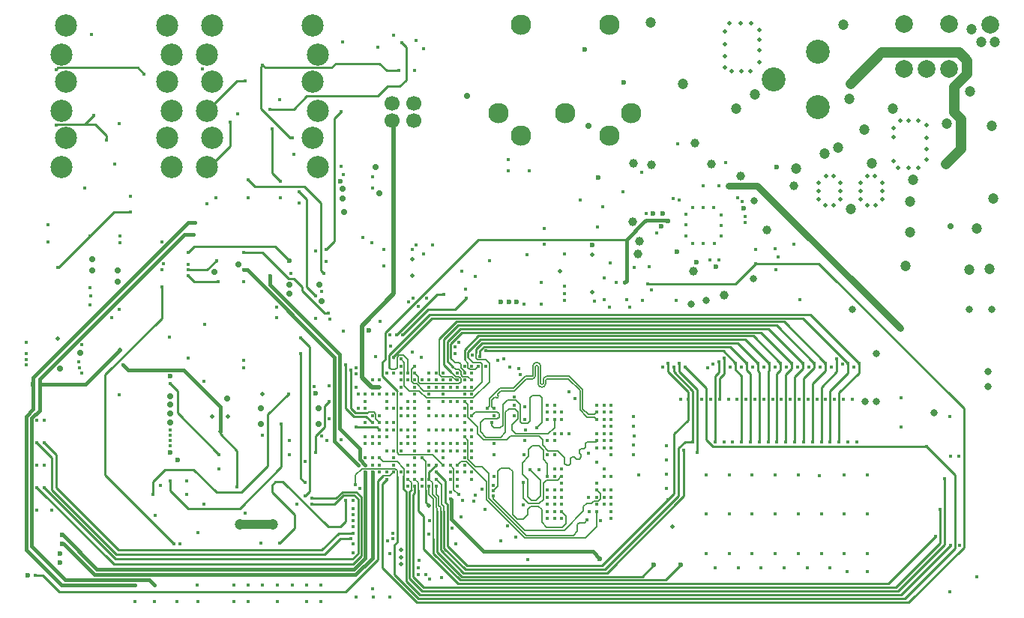
<source format=gbr>
G04 Layer_Physical_Order=3*
G04 Layer_Color=36540*
%FSLAX45Y45*%
%MOMM*%
%TF.FileFunction,Copper,L3,Inr,Signal*%
%TF.Part,Single*%
G01*
G75*
%TA.AperFunction,Conductor*%
%ADD10C,0.13000*%
%ADD46C,0.50000*%
%ADD47C,0.40000*%
%ADD48C,0.25000*%
%ADD49C,0.15000*%
%ADD53C,1.00000*%
%ADD56C,1.20000*%
%ADD59C,0.13400*%
%ADD60C,0.80000*%
%TA.AperFunction,ViaPad*%
%ADD66C,2.00000*%
%TA.AperFunction,ComponentPad*%
%ADD67C,2.50000*%
%ADD68C,1.70000*%
%ADD69C,2.30000*%
%ADD70C,2.70000*%
%ADD71C,2.00000*%
%TA.AperFunction,ViaPad*%
%ADD72C,0.80000*%
%ADD73C,0.70000*%
%ADD74C,0.40000*%
%ADD75C,0.50000*%
%ADD76C,0.60000*%
%ADD77C,1.20000*%
%ADD78C,1.00000*%
%TA.AperFunction,Conductor*%
%ADD95C,0.29100*%
D10*
X8083231Y9221731D02*
G03*
X8083230Y9203346I9192J-9192D01*
G01*
X8090797Y9177395D02*
G03*
X8090797Y9195779I-9192J9192D01*
G01*
X8072412Y9177395D02*
G03*
X8090797Y9177395I9192J9192D01*
G01*
X8064846Y9184961D02*
G03*
X8046461Y9184961I-9192J-9192D01*
G01*
X8477500Y9424000D02*
G03*
X8483000Y9429500I0J5500D01*
G01*
X8477500Y9424000D02*
G03*
X8483000Y9429500I0J5500D01*
G01*
X8526500Y9581076D02*
G03*
X8483000Y9537576I0J-43500D01*
G01*
X8526500Y9581076D02*
G03*
X8483000Y9537576I0J-43500D01*
G01*
X8570000D02*
G03*
X8526500Y9581076I-43500J0D01*
G01*
X8570000Y9537576D02*
G03*
X8526500Y9581076I-43500J0D01*
G01*
X8570000Y9342007D02*
G03*
X8584500Y9327507I14500J0D01*
G01*
X8570000Y9342007D02*
G03*
X8584500Y9327507I14500J0D01*
G01*
X8584500D02*
G03*
X8599000Y9342007I-0J14500D01*
G01*
X8584500Y9327507D02*
G03*
X8599000Y9342007I-0J14500D01*
G01*
X8642500Y9424000D02*
G03*
X8599000Y9380500I0J-43500D01*
G01*
X8642500Y9424000D02*
G03*
X8599000Y9380500I0J-43500D01*
G01*
X8541000Y9342007D02*
G03*
X8584500Y9298507I43500J0D01*
G01*
X8477500Y9395000D02*
G03*
X8512000Y9429500I0J34500D01*
G01*
X8526500Y9552076D02*
G03*
X8512000Y9537576I0J-14500D01*
G01*
X8584500Y9298507D02*
G03*
X8628000Y9342007I-0J43500D01*
G01*
X8541000Y9537576D02*
G03*
X8526500Y9552076I-14500J0D01*
G01*
X8642500Y9395000D02*
G03*
X8628000Y9380500I0J-14500D01*
G01*
X7966601Y9060016D02*
X7991000Y9084415D01*
Y9170513D01*
X8107988Y9287500D01*
X8261488D01*
X8397988Y9424000D01*
X8880000Y9395000D02*
X9013500Y9261500D01*
X8892012Y9424000D02*
X9042500Y9273512D01*
X9013500Y9043098D02*
Y9261500D01*
X9042500Y9055110D02*
Y9273512D01*
X9013500Y9043098D02*
X9095488Y8961110D01*
X9042500Y9055110D02*
X9107500Y8990110D01*
X9095488Y8961110D02*
X9182110D01*
X9107500Y8990110D02*
X9182610D01*
X9182110Y8961110D02*
X9207500Y8935720D01*
X8020000Y9082817D02*
X8042801Y9060016D01*
X8020000Y9082817D02*
Y9158500D01*
X8110808Y9249308D02*
X8120000Y9258500D01*
X8092423Y9230923D02*
X8110808Y9249308D01*
X8083230Y9221731D02*
X8092423Y9230923D01*
X8083230Y9203346D02*
X8090797Y9195779D01*
X8064846Y9184961D02*
X8072412Y9177395D01*
X8040750Y9179250D02*
X8046461Y9184961D01*
X8020000Y9158500D02*
X8040750Y9179250D01*
X8120000Y9258500D02*
X8273500D01*
X8410000Y9395000D01*
X8397988Y9424000D02*
X8477500D01*
X8483000Y9429500D02*
Y9537576D01*
X9182610Y8990110D02*
X9208000Y9015500D01*
X8570000Y9342007D02*
Y9537576D01*
X8599000Y9342007D02*
Y9380500D01*
X8642500Y9424000D02*
X8892012D01*
X8410000Y9395000D02*
X8477500Y9395000D01*
X8477500D01*
X8541000Y9342007D02*
Y9537576D01*
X8512000Y9429500D02*
Y9537576D01*
X8628000Y9342007D02*
Y9380500D01*
X8642500Y9395000D02*
X8880000Y9395000D01*
D46*
X6550000Y9990000D02*
X6913000Y10353000D01*
Y12309000D01*
X6550000Y9410000D02*
Y9990000D01*
Y9410000D02*
X6660019Y9299981D01*
X6749988D01*
D47*
X6240000Y8690005D02*
X6510018Y8419987D01*
X6524991Y8485014D02*
X6590018Y8419987D01*
X6524991Y8485014D02*
Y8605009D01*
X6589988Y7369988D02*
Y8339987D01*
X7562500Y7807500D02*
X7929015Y7440985D01*
X9159015D01*
X9240000Y7360000D01*
X6300000Y8830000D02*
X6524991Y8605009D01*
X3910000Y9490000D02*
X4540000D01*
X4950000Y9080000D01*
X3160000Y7060000D02*
X3990000D01*
X3170000Y7530000D02*
X3184000D01*
X3534000Y7180000D01*
X3200000Y7120000D02*
X4150000D01*
X4210000Y7060000D01*
X3174000Y7630000D02*
X3560360Y7243640D01*
X3170000Y7630000D02*
X3174000D01*
X2840000Y9050000D02*
Y9330000D01*
X2760000Y8970000D02*
X2840000Y9050000D01*
X2820000Y7500000D02*
Y8950000D01*
X2760000Y7460000D02*
Y8970000D01*
Y7460000D02*
X3160000Y7060000D01*
X2820000Y7500000D02*
X3200000Y7120000D01*
X2820000Y8950000D02*
X2910000Y9040000D01*
X3850000Y9550000D02*
X3910000Y9490000D01*
X3560360Y7243640D02*
X6463639D01*
X6589988Y7369988D01*
X3534000Y7180000D02*
X6480000D01*
X6669988Y7369988D02*
Y8339987D01*
X7555000Y8040000D02*
X7562500Y8032500D01*
Y7807500D02*
Y8032500D01*
X6300000Y8830000D02*
Y9670000D01*
X5510000Y10460000D02*
Y10560000D01*
Y10460000D02*
X6300000Y9670000D01*
X4950000Y8800000D02*
Y9080000D01*
X6480000Y7180000D02*
X6669988Y7369988D01*
X6240000Y8690005D02*
Y9640000D01*
X5214839Y10625000D02*
X5255000D01*
X6240000Y9640000D01*
X9760000Y11190000D02*
X10000000D01*
X9740000Y11170000D02*
X9760000Y11190000D01*
X9740000Y11170000D02*
X9740000D01*
X9540000Y10970000D02*
X9740000Y11170000D01*
X9540000Y10500000D02*
Y10970000D01*
X9520000Y10480000D02*
X9540000Y10500000D01*
X2840000Y9410710D02*
X4591790Y11162500D01*
X2910000Y9330000D02*
X3430000D01*
X3820000Y9720000D01*
X2840000Y9330000D02*
Y9410710D01*
X2910000Y9330000D02*
Y9390000D01*
Y9040000D02*
Y9330000D01*
Y9390000D02*
X4550000Y11030000D01*
X4650000D01*
X4591790Y11162500D02*
X4662500D01*
D48*
X7870000Y10970000D02*
X9540000D01*
X6820000Y9920000D02*
X7870000Y10970000D01*
X6820000Y9620000D02*
Y9920000D01*
X10512500Y8630000D02*
X12930000D01*
X10440000Y8702500D02*
X10512500Y8630000D01*
X10440000Y8702500D02*
Y9290000D01*
X7150017Y8107517D02*
Y8179987D01*
X7132500Y8090000D02*
X7150017Y8107517D01*
X7132500Y7157500D02*
Y8090000D01*
X7090000Y8119996D02*
X7109987Y8139983D01*
X7090000Y7140000D02*
Y8119996D01*
X7020000Y8150000D02*
X7050000Y8120000D01*
Y7110000D02*
Y8120000D01*
X7132500Y7157500D02*
X7250000Y7040000D01*
X6910000Y9630000D02*
Y9650000D01*
X6330503Y8117500D02*
X6487500D01*
X6260503Y8047500D02*
X6330503Y8117500D01*
X5987500Y8047500D02*
X6260503D01*
X6345000Y8082500D02*
X6462500D01*
X6240000Y7977500D02*
X6345000Y8082500D01*
X5985000Y7977500D02*
X6240000D01*
X6487500Y8117500D02*
X6545000Y8060000D01*
X6462500Y8082500D02*
X6510000Y8035000D01*
X6545000Y7395000D02*
Y8060000D01*
X5910000Y8070000D02*
X5960000Y8120001D01*
X6510000Y7420000D02*
Y8035000D01*
X7930000Y9760000D02*
X10710500D01*
X7880000Y9710000D02*
X7930000Y9760000D01*
X10710500D02*
X10898500Y9572000D01*
X6446568Y7356568D02*
X6510000Y7420000D01*
X3771431Y7356568D02*
X6446568D01*
X7740000Y7280000D02*
X9260000D01*
X7520000Y7500000D02*
X7740000Y7280000D01*
X9260000D02*
X10010000Y8030000D01*
X5540000Y11720000D02*
X5630000Y11630000D01*
X5270000Y11640000D02*
X5340000Y11570000D01*
X13350000Y7490000D02*
Y9060000D01*
X12730000Y6870000D02*
X13350000Y7490000D01*
X7169375Y6870000D02*
X12730000D01*
X13250000Y7480000D02*
Y8310000D01*
X12680000Y6910000D02*
X13250000Y7480000D01*
X7190000Y6910000D02*
X12680000D01*
X10240000Y8930000D02*
Y9160001D01*
X10080000Y8770000D02*
X10240000Y8930000D01*
X10080000Y8100000D02*
Y8770000D01*
X10010000Y8030000D02*
X10080000Y8100000D01*
X6490000Y8850000D02*
X6719970D01*
X6749988Y8819982D01*
X6460000Y8970000D02*
X6600000D01*
X6670000Y8900000D01*
X7020000Y8150000D02*
Y8287500D01*
X6950000Y7550000D02*
Y8287500D01*
X6920000Y7520000D02*
X6950000Y7550000D01*
X6920000Y7180000D02*
Y7520000D01*
X7189987Y7900013D02*
X7250000Y7840000D01*
Y7470000D02*
Y7840000D01*
X7360000Y7420000D02*
Y7590000D01*
X6780000Y8210001D02*
X6830000Y8260000D01*
X6730000Y8240000D02*
X6790000Y8300000D01*
X5720000Y10530000D02*
X5780000D01*
X5430000Y10820000D02*
X5720000Y10530000D01*
X5780000D02*
X5880000Y10430000D01*
X5214839Y10820000D02*
X5430000D01*
X6130000Y10140000D02*
X6170000D01*
X5880000Y10390000D02*
X6130000Y10140000D01*
X5880000Y10390000D02*
Y10430000D01*
X5190000Y8110000D02*
X5490000Y8410000D01*
X4910000Y8110000D02*
X5190000D01*
X4650000Y8370000D02*
X4910000Y8110000D01*
X5860000Y8270000D02*
Y9680000D01*
X6090000Y10616999D02*
Y11380000D01*
X5900000Y11570000D02*
X6090000Y11380000D01*
X5340000Y11570000D02*
X5900000D01*
X5840000Y11510000D02*
X5930000Y11420000D01*
Y10432999D02*
Y11420000D01*
Y10432999D02*
X6030000Y10332999D01*
X6090000Y10616999D02*
X6120000Y10586999D01*
X5729480Y10730000D02*
X5730000D01*
X5569479Y10890000D02*
X5729480Y10730000D01*
X4589999Y10820000D02*
X4660000Y10890000D01*
X5569479D01*
X10200000Y9530000D02*
X10440000Y9290000D01*
X7620000Y10040000D02*
X11319500D01*
X7640000Y10000000D02*
X11232500D01*
X7660000Y9960000D02*
X11145500D01*
X7890000Y9840000D02*
X10884500D01*
X7870000Y9880000D02*
X10971500D01*
X7909100Y9799100D02*
X10798400D01*
X7840000Y9730000D02*
X7909100Y9799100D01*
X7840000Y9690000D02*
Y9730000D01*
X10644500Y9454500D02*
Y9632000D01*
X10581000Y9471000D02*
Y9590000D01*
X10633500Y9710000D02*
X10771500Y9572000D01*
X7950000Y9710000D02*
X10633500D01*
X10590000Y9400000D02*
X10644500Y9454500D01*
X10590000Y9160001D02*
Y9400000D01*
X10540000Y9430000D02*
X10581000Y9471000D01*
X10540000Y8680000D02*
Y9430000D01*
X7480000Y9550000D02*
X7565000Y9465000D01*
X10884500Y9840000D02*
X11152500Y9572000D01*
X10971500Y9880000D02*
X11279500Y9572000D01*
X11058500Y9920000D02*
X11406500Y9572000D01*
X11232500Y10000000D02*
X11660500Y9572000D01*
X11145500Y9960000D02*
X11533500Y9572000D01*
X11615500Y10120000D02*
X12163500Y9572000D01*
X11533500Y10080000D02*
X12041500Y9572000D01*
X11319500Y10040000D02*
X11787500Y9572000D01*
X7880000Y9650000D02*
Y9710000D01*
X7270000Y8000000D02*
Y8140000D01*
X7310017Y8259957D02*
Y8340017D01*
X7390000Y8420000D01*
X7189987Y7900013D02*
Y8139983D01*
X6780000Y7260000D02*
Y8210001D01*
X6730000Y7350000D02*
Y8240000D01*
X6370000Y6990000D02*
X6730000Y7350000D01*
X3130000Y6990000D02*
X6370000D01*
X6450000Y7300000D02*
X6545000Y7395000D01*
X2860000Y7170000D02*
X2950000D01*
X6290000Y7650000D02*
X6450000D01*
X4330000Y8370000D02*
X4650000D01*
X4190000Y8230000D02*
X4330000Y8370000D01*
X6240000Y10950000D02*
Y12335000D01*
X4290000Y10080000D02*
Y10430000D01*
X3650000Y9440000D02*
X4290000Y10080000D01*
X3650000Y8310000D02*
Y9440000D01*
Y8310000D02*
X4430000Y7530000D01*
X3800711Y7460000D02*
X6100000D01*
X4660000Y10490000D02*
X4930000D01*
X4589999Y10560000D02*
X4660000Y10490000D01*
X6150000Y10860000D02*
X6240000Y10950000D01*
X3420000Y12270000D02*
X3540000D01*
X3110000D02*
X3420000D01*
X3540000D02*
X3670000Y12140000D01*
Y12090000D02*
Y12140000D01*
X3100000Y12260000D02*
X3110000Y12270000D01*
X3420000D02*
X3520000Y12370000D01*
X5060000Y12025000D02*
Y12300000D01*
X4825000Y11790000D02*
X5060000Y12025000D01*
X5540000Y11720000D02*
Y12220000D01*
X4805000Y10625000D02*
X4910000Y10730000D01*
X4589999Y10625000D02*
X4805000D01*
X3749999Y11280000D02*
X3940000D01*
X2950000Y7170000D02*
X3130000Y6990000D01*
X3050000Y8140000D02*
Y8506000D01*
X3100000Y8160711D02*
Y8536000D01*
X3050000Y8140000D02*
X3780000Y7410000D01*
X3100000Y8160711D02*
X3800711Y7460000D01*
X5410000Y12920000D02*
X5430000Y12939999D01*
X5410000Y12450000D02*
Y12920000D01*
Y12450000D02*
X5740000Y12120000D01*
X5770000D01*
X5510000Y12440000D02*
X5780000D01*
X5930000Y12590000D01*
X6980000Y12700000D02*
X7050000Y12770000D01*
Y13139999D01*
X7000000Y13189999D02*
X7050000Y13139999D01*
X5430000Y12939999D02*
X5460000Y12910001D01*
X6210000D01*
X6260000Y12960001D01*
X6750000D01*
X6830000Y12880000D01*
X6840000Y12700000D02*
X6980000D01*
X5930000Y12590000D02*
X6730000D01*
X6840000Y12700000D01*
X6830000Y12880000D02*
X6970000D01*
X2880000Y8676000D02*
X3050000Y8506000D01*
X2960000Y8676000D02*
X3100000Y8536000D01*
X2960000Y8168000D02*
X3771431Y7356568D01*
X2880000Y8168000D02*
X3748000Y7300000D01*
X4470000Y9010000D02*
Y9260000D01*
Y9010000D02*
X4940000Y8540000D01*
X4390000Y9340000D02*
X4470000Y9260000D01*
X3748000Y7300000D02*
X6450000D01*
X6100000Y7460000D02*
X6290000Y7650000D01*
X5140000Y8580000D02*
X5140000Y8580000D01*
X5640000Y8400000D02*
Y8880000D01*
X5140000Y8170000D02*
Y8580000D01*
X4190000Y8090000D02*
Y8230000D01*
X4950000Y8770000D02*
X5140000Y8580000D01*
X5490000Y8410000D02*
Y8993000D01*
X5721000Y9224000D01*
X5170000Y7930000D02*
X5640000Y8400000D01*
X4390000Y8130000D02*
Y8240000D01*
Y8130000D02*
X4590000Y7930000D01*
X5170000D01*
X5745480Y10586999D02*
Y10594520D01*
X3780000Y7410000D02*
X6130000D01*
X6310000Y7590000D01*
X6430000D01*
X7400000Y7440000D02*
Y7900000D01*
X7270000Y8000000D02*
X7310000Y7960000D01*
X10771500Y9498500D02*
Y9572000D01*
Y9498500D02*
X10840000Y9430000D01*
Y8680000D02*
Y9430000D01*
X10898500Y9491500D02*
Y9572000D01*
Y9491500D02*
X10940000Y9450000D01*
Y8680000D02*
Y9450000D01*
X11025500Y9484500D02*
Y9572000D01*
Y9484500D02*
X11040000Y9470000D01*
Y8680000D02*
Y9470000D01*
X11152500Y9492500D02*
Y9572000D01*
X11279500Y9489500D02*
Y9572000D01*
X11406500Y9506500D02*
Y9572000D01*
X11533500Y9513500D02*
Y9572000D01*
X11660500Y9520500D02*
Y9572000D01*
X11787500Y9487500D02*
Y9572000D01*
X11640000Y9340000D02*
X11787500Y9487500D01*
X11640000Y8680000D02*
Y9340000D01*
X11740000Y8680000D02*
Y9300000D01*
X12041500Y9461500D02*
Y9572000D01*
X11840000Y9260000D02*
X12041500Y9461500D01*
X11840000Y8680000D02*
Y9260000D01*
X11940000Y8680000D02*
Y9240000D01*
X10009500Y9480500D02*
X10240000Y9250000D01*
X10009500Y9480500D02*
Y9572000D01*
X10073000Y9477000D02*
X10290000Y9260000D01*
X10073000Y9477000D02*
Y9530000D01*
X10136500Y9473500D02*
Y9572000D01*
Y9473500D02*
X10340000Y9270000D01*
X10798400Y9799100D02*
X11025500Y9572000D01*
X11940000Y9240000D02*
X12163500Y9463500D01*
Y9572000D01*
X7320000Y10120000D02*
X11615500D01*
X7340000Y10080000D02*
X11533500D01*
X7010000Y9890000D02*
X7300000Y10180000D01*
X7600000D01*
X6940110Y9890000D02*
X7400110Y10350000D01*
X7600000Y10180000D02*
X7730000Y10310000D01*
X7400110Y10350000D02*
X7480000D01*
X11440000Y9420000D02*
X11533500Y9513500D01*
X11540000Y9400000D02*
X11660500Y9520500D01*
X11440000Y8680000D02*
Y9420000D01*
X11540000Y8680000D02*
Y9400000D01*
X11240000Y9450000D02*
X11279500Y9489500D01*
X11140000Y9480000D02*
X11152500Y9492500D01*
X11340000Y9440000D02*
X11406500Y9506500D01*
X11140000Y8680000D02*
Y9480000D01*
X11240000Y8680000D02*
Y9450000D01*
X11340000Y8680000D02*
Y9440000D01*
X7390000Y8340000D02*
X7490000Y8240000D01*
Y8000000D02*
Y8240000D01*
Y8000000D02*
X7520000Y7970000D01*
X4950000Y8770000D02*
Y8800000D01*
X10770000Y10470000D02*
X11000000Y10700000D01*
X9780000Y10470000D02*
X10770000D01*
X12930000Y8630000D02*
X13250000Y8310000D01*
X10340000Y8560000D02*
Y9269999D01*
X10200000Y8680000D02*
X10290000D01*
X10130000Y8610000D02*
X10200000Y8680000D01*
X10190000Y8070000D02*
Y8590000D01*
X10130000Y8070000D02*
Y8610000D01*
X10290000Y8680000D02*
Y8840000D01*
Y8850000D02*
Y9260000D01*
X12645000Y6955000D02*
X13200000Y7510000D01*
X7205000Y6955000D02*
X12645000D01*
X12500000Y7080000D02*
X13035001Y7615000D01*
X7640000Y7080000D02*
X12500000D01*
X13080000Y7540000D02*
Y7920000D01*
X13130000Y7520000D02*
Y8270000D01*
X12580000Y7040000D02*
X13080000Y7540000D01*
X12610000Y7000000D02*
X13130000Y7520000D01*
X7250000Y7040000D02*
X12580000D01*
X7050000Y7110000D02*
X7205000Y6955000D01*
X6780000Y7260000D02*
X7169375Y6870625D01*
X6920000Y7180000D02*
X7190000Y6910000D01*
X7250000Y7470000D02*
X7640000Y7080000D01*
X7660000Y7120000D02*
X9980000D01*
X7360000Y7420000D02*
X7660000Y7120000D01*
X10240000Y9160001D02*
Y9250000D01*
X9980000Y7120000D02*
X10150000Y7290000D01*
X7090000Y7140000D02*
X7230000Y7000000D01*
X12610000D01*
X6430000Y9060000D02*
X6480000Y9010000D01*
X6430000Y9060000D02*
Y9490000D01*
X6370000Y9060000D02*
X6460000Y8970000D01*
X6370000Y9060000D02*
Y9550000D01*
X6240000Y12335000D02*
X6320000Y12415000D01*
X11740000Y9300000D02*
X11914500Y9474500D01*
Y9622000D01*
X5137500Y12760000D02*
X5230000D01*
X4802500Y12425000D02*
X5137500Y12760000D01*
X11000000Y10700000D02*
X11710000D01*
X13350000Y9060000D01*
X10000000Y11190000D02*
X10010000Y11180000D01*
X3479999Y11010000D02*
X3749999Y11280000D01*
X3121250Y10651250D02*
X3479999Y11010000D01*
X4020000Y12910001D02*
X4090000Y12839999D01*
X3100000Y12889999D02*
X3120000Y12910001D01*
X4020000D01*
X6130000Y9090000D02*
X6180000Y9140000D01*
X6130000Y8850000D02*
Y9090000D01*
X6030000Y8750000D02*
X6130000Y8850000D01*
X6030000Y8560000D02*
Y8750000D01*
X5860000Y9860000D02*
X5960000Y9760000D01*
Y8120001D02*
Y9760000D01*
X5860000Y8270000D02*
X5910000Y8220000D01*
X6780000Y9580000D02*
X6820000Y9620000D01*
X6780000Y9430000D02*
X6950000Y9260000D01*
X6780000Y9430000D02*
Y9580000D01*
X6480000Y9010000D02*
X6610000D01*
X6860000Y9520000D02*
Y9660000D01*
X6910000Y9650000D02*
X6910000Y9650000D01*
X6860000Y9660000D02*
X7320000Y10120000D01*
X6910000Y9650000D02*
X7340000Y10080000D01*
X7550000Y9630000D02*
X7560000Y9620000D01*
X7515000Y9595000D02*
X7580000Y9530000D01*
X9720000Y7160000D02*
X9850000Y7290000D01*
X7400000Y7440000D02*
X7680000Y7160000D01*
X9720000D01*
X9300000Y7240000D02*
X10130000Y8070000D01*
X7480013Y7479987D02*
X7720000Y7240000D01*
X9300000D01*
X9320000Y7200000D02*
X10190000Y8070000D01*
X7700000Y7200000D02*
X9320000D01*
X7440000Y7460000D02*
Y7900000D01*
Y7460000D02*
X7700000Y7200000D01*
X7480013Y7479987D02*
Y7900000D01*
X7520000Y7500000D02*
Y7970000D01*
X7430000Y9850000D02*
X7620000Y10040000D01*
X7680000Y9920000D02*
X11058500D01*
X7480000Y9840000D02*
X7640000Y10000000D01*
X7550000Y9790000D02*
X7680000Y9920000D01*
X7515000Y9815000D02*
X7660000Y9960000D01*
X7710000Y9720000D02*
X7870000Y9880000D01*
X7750000Y9640000D02*
Y9700000D01*
X7890000Y9840000D01*
X7710000Y9610000D02*
Y9720000D01*
X7550000Y9630000D02*
Y9790000D01*
X7515000Y9595000D02*
Y9815000D01*
X7480000Y9550000D02*
Y9840000D01*
D49*
X6480000Y8200000D02*
Y8310000D01*
X6610000Y9010000D02*
X6619100Y9019100D01*
X6710000Y8940000D02*
X6750000Y8899999D01*
X6710000Y8940000D02*
Y8994800D01*
X6685700Y9019100D02*
X6710000Y8994800D01*
X6619100Y9019100D02*
X6685700D01*
X6790000Y8300000D02*
X6870000D01*
X6910000Y8340000D01*
X6970000Y8540000D02*
X7350000D01*
X7470000Y8420000D01*
X7560000Y9620000D02*
X7600000Y9580000D01*
X6930000Y9500000D02*
X6950000Y9520000D01*
X7840000Y9630000D02*
Y9690000D01*
Y9630000D02*
X7860000Y9610000D01*
X7950000D01*
X7990000Y9570000D01*
Y9360000D02*
Y9570000D01*
X7810000Y9180000D02*
X7990000Y9360000D01*
X7280000Y9180000D02*
X7810000D01*
X7200000Y9260000D02*
X7280000Y9180000D01*
X7090000Y9260000D02*
X7200000D01*
X7030000Y9320000D02*
X7090000Y9260000D01*
X7890000Y9580000D02*
X7910000Y9560000D01*
X7810000Y9580000D02*
X7890000D01*
X7750000Y9640000D02*
X7810000Y9580000D01*
X7710000Y9610000D02*
X7750000Y9570000D01*
X7910000Y9360000D02*
Y9560000D01*
X7810000Y9260000D02*
X7910000Y9360000D01*
X7250000Y9260000D02*
X7810000D01*
X7210000Y9340000D02*
X7650000D01*
X7190000Y9360000D02*
X7210000Y9340000D01*
X7170000D02*
X7250000Y9260000D01*
X7134800Y9340000D02*
X7170000D01*
X7750000Y9520000D02*
Y9570000D01*
Y9520000D02*
X7770000Y9500000D01*
X7830000D01*
X7870000Y9540000D01*
X7565000Y9465000D02*
X7610000Y9420000D01*
X7650000D01*
X7569967D02*
X7609981Y9379985D01*
X7629981D01*
X7650000Y9420000D02*
X7670000Y9400000D01*
Y9360000D02*
Y9400000D01*
X7650000Y9340000D02*
X7670000Y9360000D01*
X7430000Y9440000D02*
X7450000Y9420000D01*
X7569967D01*
X7580000Y9530000D02*
X7610000Y9500000D01*
X7650000D01*
X7670000Y9480000D01*
Y9440000D02*
Y9480000D01*
Y9440000D02*
X7690037Y9419962D01*
X7600000Y9580000D02*
X7650000D01*
X7670000Y9560000D01*
Y9520000D02*
Y9560000D01*
Y9520000D02*
X7710000Y9480000D01*
Y9460000D02*
Y9480000D01*
X7750075Y9419962D02*
X7790019Y9380018D01*
X7690037Y9419962D02*
X7750075D01*
X7420000Y7960000D02*
Y8060000D01*
X7389987Y8090013D02*
Y8179983D01*
X7229987Y8499983D02*
X7269987Y8459983D01*
X7350017Y8084783D02*
Y8219957D01*
X7310017Y8259957D02*
X7350017Y8219957D01*
X7269987Y8140000D02*
Y8459983D01*
X7149987Y8259983D02*
X7189987Y8219984D01*
Y8139983D02*
Y8219984D01*
X7069987Y8259983D02*
X7109987Y8219984D01*
Y8139983D02*
Y8219984D01*
X7030000Y8297500D02*
Y8380000D01*
X6950000Y8460000D02*
X7030000Y8380000D01*
X6790000Y8460000D02*
X6950000D01*
X6750000Y8500000D02*
X6790000Y8460000D01*
X6480000Y8310000D02*
X6550000Y8380000D01*
X6930000D02*
X6950000Y8360000D01*
X7350017Y8084783D02*
X7390000Y8044800D01*
X7389987Y8090013D02*
X7420000Y8060000D01*
X7390000Y7940000D02*
Y8044800D01*
Y7940000D02*
X7400000Y7930000D01*
X7420000Y7960000D02*
X7440000Y7940000D01*
X7389987Y8259983D02*
X7450000Y8199970D01*
Y7980000D02*
Y8199970D01*
Y7980000D02*
X7480013Y7949987D01*
X7400000Y7900000D02*
Y7930000D01*
X7440000Y7900000D02*
Y7940000D01*
X7480013Y7900000D02*
Y7949987D01*
X7550000Y8420000D02*
X7590000Y8380000D01*
X6950000Y8560000D02*
X6970000Y8540000D01*
X7360000Y7590000D02*
Y8039445D01*
X7310017Y8089428D02*
Y8179987D01*
Y8089428D02*
X7360000Y8039445D01*
X6550000Y8380000D02*
X6930000D01*
X7020000Y8287500D02*
X7030000Y8297500D01*
X6950000Y8287500D02*
Y8360000D01*
X7590000Y8142500D02*
Y8380000D01*
Y8142500D02*
X7642500Y8090000D01*
X6880000Y9500000D02*
X6930000D01*
X6860000Y9520000D02*
X6880000Y9500000D01*
X6950000Y8560000D02*
Y9260000D01*
X6990000Y9620000D02*
X7030000Y9580000D01*
X6950000Y9520000D02*
Y9640000D01*
X6970000Y9660000D01*
X7110000Y9500000D02*
X7150000Y9540000D01*
Y9460000D02*
X7190000Y9420000D01*
X6970000Y9660000D02*
X7020000D01*
X7070000Y9610000D01*
Y9460000D02*
Y9610000D01*
X7190000Y9360000D02*
Y9420000D01*
X7110000Y9364800D02*
X7134800Y9340000D01*
X7110000Y9364800D02*
Y9500000D01*
X7030000Y9320000D02*
Y9580000D01*
X7430000Y9440000D02*
Y9850000D01*
D53*
X5380000Y7750000D02*
X5550000D01*
X5170000D02*
X5380000D01*
D56*
X12420000Y13080000D02*
X13239999D01*
X12070000Y12730000D02*
X12420000Y13080000D01*
X13150000Y11820000D02*
X13320000Y11990000D01*
X13239999Y12690000D02*
X13389999Y12839999D01*
Y12989999D01*
X13300000Y13080000D02*
X13389999Y12989999D01*
X13239999Y13080000D02*
X13300000D01*
X13239999Y12410000D02*
Y12690000D01*
Y12410000D02*
X13320000Y12330000D01*
Y11990000D02*
Y12330000D01*
D59*
X8247500Y8815000D02*
X8290000Y8772500D01*
X8247500Y8815000D02*
Y8877500D01*
X8312500Y8942500D01*
Y9022300D01*
X7890000Y8900000D02*
X7931600Y8941600D01*
X7790000Y8980000D02*
X7830000Y9020000D01*
X8080000D01*
X8100000Y8960000D02*
Y9000000D01*
X8081600Y8941600D02*
X8100000Y8960000D01*
X7931600Y8941600D02*
X8081600D01*
X8080000Y9020000D02*
X8100000Y9000000D01*
X7890000Y8797500D02*
Y8900000D01*
X7952500Y8735000D02*
X8117500D01*
X7890000Y8797500D02*
X7952500Y8735000D01*
X8175000Y8792500D02*
Y9020000D01*
X8117500Y8735000D02*
X8175000Y8792500D01*
X8728002Y8843002D02*
Y8935500D01*
X8657500Y8772500D02*
X8728002Y8843002D01*
X8290000Y8772500D02*
X8657500D01*
X8190000Y8707500D02*
X8227500Y8745000D01*
X7927500Y8707500D02*
X8190000D01*
X7860000Y8775000D02*
X7927500Y8707500D01*
X7860000Y8775000D02*
Y8852500D01*
X7750066Y8962434D02*
X7860000Y8852500D01*
X8550000Y8745000D02*
X8592500Y8702500D01*
X8227500Y8745000D02*
X8550000D01*
X8592500Y8645000D02*
Y8702500D01*
X8197500Y9152500D02*
X8290000D01*
X8145000Y9100000D02*
X8197500Y9152500D01*
X8145000Y8867500D02*
Y9100000D01*
X8290000Y9152500D02*
X8340000Y9102500D01*
Y8910000D02*
Y9102500D01*
X8450000Y8915000D02*
Y9177500D01*
X8427500Y8892500D02*
X8450000Y8915000D01*
X8357500Y8892500D02*
X8427500D01*
X8340000Y8910000D02*
X8357500Y8892500D01*
X8277300Y9057500D02*
X8312500Y9022300D01*
X8212500Y9057500D02*
X8277300D01*
X8175000Y9020000D02*
X8212500Y9057500D01*
X8525000Y8842500D02*
X8587500Y8905000D01*
X8655000Y8582500D02*
X8760000D01*
X8592500Y8645000D02*
X8655000Y8582500D01*
X8015000Y8865000D02*
Y8900000D01*
X8587500Y8905000D02*
Y9177500D01*
X8115000Y8837500D02*
X8145000Y8867500D01*
X8042500Y8837500D02*
X8115000D01*
X8015000Y8865000D02*
X8042500Y8837500D01*
X8560000Y9205000D02*
X8587500Y9177500D01*
X8477500Y9205000D02*
X8560000D01*
X8450000Y9177500D02*
X8477500Y9205000D01*
X8582500Y7772500D02*
Y7915000D01*
X8547500Y7950000D02*
X8582500Y7915000D01*
X8460000Y7950000D02*
X8547500D01*
X8425000Y7915000D02*
X8460000Y7950000D01*
X8425000Y7862500D02*
Y7915000D01*
X8252500Y7860000D02*
Y8347500D01*
X8212500Y8387500D02*
X8252500Y8347500D01*
X8120000Y8387500D02*
X8212500D01*
X8640000Y7715000D02*
X8815000D01*
X8582500Y7772500D02*
X8640000Y7715000D01*
X8082500Y8350000D02*
X8120000Y8387500D01*
X8082500Y8180100D02*
Y8350000D01*
X8372500Y7810000D02*
X8425000Y7862500D01*
X8302500Y7810000D02*
X8372500D01*
X8252500Y7860000D02*
X8302500Y7810000D01*
X8857500Y7757500D02*
Y7846004D01*
X8815000Y7715000D02*
X8857500Y7757500D01*
X8807963Y7895541D02*
X8857500Y7846004D01*
X8567500Y8070000D02*
Y8248369D01*
X8520000Y8022500D02*
X8567500Y8070000D01*
X8465000Y8022500D02*
X8520000D01*
X8422500Y8065000D02*
X8465000Y8022500D01*
X8422500Y8065000D02*
Y8257500D01*
X8600000Y8485000D02*
Y8590000D01*
X8555000Y8635000D02*
X8600000Y8590000D01*
X8472500Y8635000D02*
X8555000D01*
X8435000Y8597500D02*
X8472500Y8635000D01*
X8435000Y8520000D02*
Y8597500D01*
X8449208Y8366661D02*
X8567500Y8248369D01*
X8600000Y8485000D02*
X8647963Y8437037D01*
X8362500Y8447500D02*
X8435000Y8520000D01*
X8362500Y8317500D02*
Y8447500D01*
Y8317500D02*
X8422500Y8257500D01*
X8647963Y8295541D02*
Y8437037D01*
X8552500Y7985000D02*
X8600000Y8032500D01*
X8430000Y7985000D02*
X8552500D01*
X8372988Y8042012D02*
X8430000Y7985000D01*
X8600000Y8032500D02*
Y8217500D01*
X8372988Y8042012D02*
Y8226961D01*
X8635000Y8252500D02*
X8764921D01*
X8600000Y8217500D02*
X8635000Y8252500D01*
X7750066Y8962434D02*
Y9099969D01*
X8842500Y8435000D02*
Y8500000D01*
X8760000Y8582500D02*
X8842500Y8500000D01*
X9012500Y8557500D02*
X9030000Y8540000D01*
Y8510000D02*
Y8540000D01*
X9007500Y8487500D02*
X9030000Y8510000D01*
X8977500Y8487500D02*
X9007500D01*
X8952499Y8512500D02*
X8977500Y8487500D01*
X9060000Y8602500D02*
X9077500Y8620000D01*
Y8660000D02*
X9097500Y8680000D01*
X9077500Y8620000D02*
Y8660000D01*
X9192501Y8680000D02*
X9208000Y8695499D01*
X9097500Y8680000D02*
X9192501D01*
X7710035Y9139999D02*
X7750066Y9099969D01*
X8842500Y8435000D02*
X8862500Y8415000D01*
X8887500D01*
X8907500Y8435000D01*
Y8492500D01*
X8927500Y8512500D01*
X8952499D01*
X9012500Y8557500D02*
Y8587500D01*
X9027500Y8602500D01*
X9060000D01*
X8035000Y8037500D02*
Y8070000D01*
Y8037500D02*
X8387500Y7685000D01*
X8837500D01*
X9052500Y7900000D01*
X9070000Y7770038D02*
X9098003Y7798041D01*
X8987500Y7747500D02*
X9010038Y7770038D01*
X9070000D01*
X9222500Y8015000D02*
X9247500Y8040000D01*
Y8095962D01*
X9207961Y8135502D02*
X9247500Y8095962D01*
X9052500Y7900000D02*
Y7950000D01*
X9090000Y7987500D01*
X9145000D01*
X9172500Y8015000D01*
X9222500D01*
X7960000Y8030000D02*
X8395000Y7595000D01*
X9080000D01*
X9208003Y7723003D01*
Y7895541D01*
X7750000Y8482300D02*
Y8700036D01*
X7669964Y8460000D02*
X7730000D01*
X7750000Y8482300D02*
X7832300Y8400000D01*
X7910000D01*
X7987500Y8322500D01*
Y8045000D02*
X8407500Y7625000D01*
X8987500Y7670000D02*
Y7747500D01*
X8407500Y7625000D02*
X8942500D01*
X8987500Y7670000D01*
X8764921Y8252500D02*
X8807982Y8295561D01*
X7960000Y8030000D02*
Y8230000D01*
X7730000Y8460000D02*
X7960000Y8230000D01*
X7987500Y8045000D02*
Y8322500D01*
X8032700Y8130300D02*
X8082500Y8180100D01*
X7710012Y8740024D02*
X7750000Y8700036D01*
X7629976Y8420011D02*
X7669964Y8460000D01*
D60*
X11020000Y11580000D02*
X12630000Y9970000D01*
X10690000Y11580000D02*
X11020000D01*
D66*
X13650000Y13400000D02*
D03*
D67*
X3157499Y11790001D02*
D03*
Y13060001D02*
D03*
Y12425001D02*
D03*
X3212500Y13385001D02*
D03*
Y12750001D02*
D03*
X4352499Y12115001D02*
D03*
Y12750001D02*
D03*
X3212500Y12115001D02*
D03*
X4352499Y13385001D02*
D03*
X4407499Y11790001D02*
D03*
Y12425001D02*
D03*
Y13060001D02*
D03*
X4802500Y11790001D02*
D03*
Y13060001D02*
D03*
Y12425001D02*
D03*
X4857500Y13385001D02*
D03*
Y12750001D02*
D03*
X5997500Y12115001D02*
D03*
Y12750001D02*
D03*
X4857500Y12115001D02*
D03*
X5997500Y13385001D02*
D03*
X6052500Y11790001D02*
D03*
Y12425001D02*
D03*
Y13060001D02*
D03*
D68*
X6890501Y12509001D02*
D03*
X7140501D02*
D03*
X6890501Y12309001D02*
D03*
X7140501D02*
D03*
D69*
X8347501Y13395001D02*
D03*
X9347501D02*
D03*
Y12145001D02*
D03*
X8347501D02*
D03*
X8097501Y12395001D02*
D03*
X9597501D02*
D03*
X8847501D02*
D03*
D70*
X11204300Y12779100D02*
D03*
X11704300Y12469100D02*
D03*
Y13089101D02*
D03*
D71*
X13184302Y13409099D02*
D03*
X12930302Y12901099D02*
D03*
X12676302D02*
D03*
Y13409099D02*
D03*
X13184302Y12901099D02*
D03*
D72*
X13010001Y9015000D02*
D03*
X13623000Y9480000D02*
D03*
Y9310000D02*
D03*
X13410001Y10180000D02*
D03*
X13670000D02*
D03*
X10970000Y10530000D02*
D03*
X10980000Y11410000D02*
D03*
X10439999Y10280000D02*
D03*
X10270000Y10240000D02*
D03*
X12232000Y9140000D02*
D03*
X12359000D02*
D03*
X12090000Y10180000D02*
D03*
X12359000Y9680000D02*
D03*
D73*
X3140000Y9512500D02*
D03*
X9110000Y12250000D02*
D03*
X5730001Y10459999D02*
D03*
X5730000Y10359999D02*
D03*
X4890000Y10600000D02*
D03*
X5160000Y10690000D02*
D03*
X6100000Y10270000D02*
D03*
X6330000Y11430000D02*
D03*
X6070000Y10459999D02*
D03*
X13200000Y11120000D02*
D03*
X3370000Y9690000D02*
D03*
X4390000Y8900000D02*
D03*
X5030000Y9170000D02*
D03*
X5410000Y9060000D02*
D03*
Y8880000D02*
D03*
X6060000Y9060000D02*
D03*
Y8880000D02*
D03*
X4390000Y9100000D02*
D03*
Y9000000D02*
D03*
Y9200000D02*
D03*
X6750000Y11490000D02*
D03*
X6710000Y11790000D02*
D03*
X7740000Y12590000D02*
D03*
X6350000Y11280000D02*
D03*
X6330000Y11540000D02*
D03*
X3790000Y10620000D02*
D03*
X3509999Y10620000D02*
D03*
X3509999Y10747000D02*
D03*
X3790000Y10493000D02*
D03*
D74*
X8727999Y8695508D02*
D03*
X6750018Y8419987D02*
D03*
X6670018D02*
D03*
X6590018D02*
D03*
X6510018D02*
D03*
X8646300Y8697202D02*
D03*
X7132500Y10310000D02*
D03*
X7282500D02*
D03*
X7167500Y10910000D02*
D03*
X7352500D02*
D03*
X7125000Y9700000D02*
D03*
X11220000Y10865530D02*
D03*
X8727963Y7895541D02*
D03*
X8647963D02*
D03*
X9288000Y8935500D02*
D03*
X9207993Y8615492D02*
D03*
X9207963Y8455542D02*
D03*
X9287961Y8375502D02*
D03*
X7710000Y8900000D02*
D03*
X8395500Y8816500D02*
D03*
X5410000Y7540000D02*
D03*
X5620000Y7537500D02*
D03*
X5987500Y8047500D02*
D03*
X6370000Y8020000D02*
D03*
X6450000D02*
D03*
X6450000Y7930000D02*
D03*
X5985000Y7977500D02*
D03*
X5910000Y8070000D02*
D03*
X6480000Y8200000D02*
D03*
X8271400Y9191900D02*
D03*
X8525000Y8842500D02*
D03*
X8015000Y8900000D02*
D03*
X8449208Y8366661D02*
D03*
X8550736D02*
D03*
X6590000Y9220000D02*
D03*
X6510000D02*
D03*
X9617500Y8537500D02*
D03*
X9247982Y7790482D02*
D03*
X9208003Y7895541D02*
D03*
X9098003Y7798041D02*
D03*
X9118003Y7895541D02*
D03*
X8197500Y7731671D02*
D03*
X8648002Y9095500D02*
D03*
X9207961Y8215502D02*
D03*
X8807963Y8215541D02*
D03*
X9207961Y7975501D02*
D03*
X9287961D02*
D03*
X9620000Y8649000D02*
D03*
X9625000Y8752500D02*
D03*
X9368000Y8695499D02*
D03*
X9288000D02*
D03*
X8728002Y8535499D02*
D03*
Y8375542D02*
D03*
X7790000Y8820015D02*
D03*
X8042726Y8540057D02*
D03*
X7789984Y8740016D02*
D03*
X8042800Y8660000D02*
D03*
X8807963Y7815541D02*
D03*
X8387000Y8696000D02*
D03*
X11230500Y10628000D02*
D03*
X8387400Y8936300D02*
D03*
X9270000Y11340000D02*
D03*
X4800000Y11370000D02*
D03*
X5270000Y11640000D02*
D03*
X9800000Y10660000D02*
D03*
X13189999Y6990100D02*
D03*
X13500000Y7160000D02*
D03*
X10010000Y8030000D02*
D03*
X9419981Y10479979D02*
D03*
X9630000Y10650000D02*
D03*
X6760000Y10040000D02*
D03*
X6870000Y9890000D02*
D03*
X9210000Y11110000D02*
D03*
X8610000Y11090000D02*
D03*
Y10920000D02*
D03*
X8420000Y10800000D02*
D03*
X6030000Y8560000D02*
D03*
X6490000Y8850000D02*
D03*
X6430000Y9490000D02*
D03*
X6370000Y9550000D02*
D03*
X6830000Y8260000D02*
D03*
X6830000Y8340000D02*
D03*
X6910000D02*
D03*
X6989948Y8340051D02*
D03*
X6710000Y9645000D02*
D03*
X6750000Y8660000D02*
D03*
X6830000Y8740000D02*
D03*
X6590000Y8740000D02*
D03*
X6830000Y8820000D02*
D03*
X5214839Y10495000D02*
D03*
X8373000Y7970500D02*
D03*
X7629999Y8820000D02*
D03*
X9287961Y8295502D02*
D03*
X8807960Y8775542D02*
D03*
X8727960Y8775500D02*
D03*
X9615000Y8967500D02*
D03*
X9620000Y8855000D02*
D03*
X4380000Y9870000D02*
D03*
X4780000Y10010000D02*
D03*
X5220000Y9520000D02*
D03*
Y9600000D02*
D03*
X6010000Y9310000D02*
D03*
X5840000Y11510000D02*
D03*
X10390000Y9160001D02*
D03*
X10708000Y9530000D02*
D03*
X10454000Y9520000D02*
D03*
X10517500Y9562000D02*
D03*
X10581000Y9590000D02*
D03*
X10644500Y9632000D02*
D03*
X7950000Y9710000D02*
D03*
X7800000Y9660000D02*
D03*
X7710000Y9540000D02*
D03*
X5600000Y6880000D02*
D03*
X4210000D02*
D03*
X3990000D02*
D03*
X6090000D02*
D03*
X5930000D02*
D03*
X5270000D02*
D03*
X5110000D02*
D03*
X4700000Y6880000D02*
D03*
X4460000Y6880000D02*
D03*
X7790019Y9380018D02*
D03*
X7949986Y9539981D02*
D03*
X7710001Y8500000D02*
D03*
Y8420000D02*
D03*
X7790000Y8980000D02*
D03*
X7710001D02*
D03*
Y9060000D02*
D03*
X7790000D02*
D03*
X9677000Y8310000D02*
D03*
X8382900Y8534800D02*
D03*
X8391200Y9081400D02*
D03*
X8372988Y8226961D02*
D03*
X9368000Y9095500D02*
D03*
X9288000Y9015500D02*
D03*
X9368000D02*
D03*
X9208000Y8775500D02*
D03*
Y8695499D02*
D03*
X9367961Y8135502D02*
D03*
X9287961D02*
D03*
X9207961Y8055502D02*
D03*
X9287961D02*
D03*
X9367961D02*
D03*
Y7975501D02*
D03*
Y7895501D02*
D03*
Y7815501D02*
D03*
X8647963Y7815541D02*
D03*
X8807963Y7895541D02*
D03*
X8727963Y7975541D02*
D03*
X8647963D02*
D03*
Y8055541D02*
D03*
X8727963D02*
D03*
X8807963Y8135541D02*
D03*
X8727963D02*
D03*
X8647963D02*
D03*
X8807963Y8055541D02*
D03*
X8647963Y8295541D02*
D03*
X8727963D02*
D03*
X8887960Y8775500D02*
D03*
X8648002Y8935500D02*
D03*
Y9015500D02*
D03*
X8728002D02*
D03*
X8808002Y8935500D02*
D03*
Y9015500D02*
D03*
X8648002Y8535499D02*
D03*
X8807963Y7975541D02*
D03*
X8042800Y8290500D02*
D03*
X8271401Y8976166D02*
D03*
X8728002Y8935500D02*
D03*
X8286199Y7604661D02*
D03*
X8042765Y8979899D02*
D03*
X9208000Y9095500D02*
D03*
X9288000D02*
D03*
X8271375Y9095540D02*
D03*
X9288000Y8615499D02*
D03*
X9368000Y8535499D02*
D03*
Y8615499D02*
D03*
X9288000Y8855500D02*
D03*
X9368000Y8775500D02*
D03*
X9288000D02*
D03*
X7709986Y9219982D02*
D03*
X7790000Y9220000D02*
D03*
Y8500000D02*
D03*
X7710000Y8580000D02*
D03*
X7789986Y9139982D02*
D03*
X7710000Y9300000D02*
D03*
X7790000Y8580000D02*
D03*
X7070000Y8660000D02*
D03*
X7150000Y8820000D02*
D03*
Y8900000D02*
D03*
Y8660000D02*
D03*
X7310000Y8660000D02*
D03*
X7390000D02*
D03*
X7310000Y8820000D02*
D03*
X6750000Y8980000D02*
D03*
X7070000D02*
D03*
X7150000D02*
D03*
Y9220000D02*
D03*
X7310000Y9140000D02*
D03*
X7630000Y8180000D02*
D03*
X7470000Y8820000D02*
D03*
Y8980000D02*
D03*
X7550000Y8820000D02*
D03*
X7470000Y9140000D02*
D03*
X6749988Y8819982D02*
D03*
X7229987Y8499983D02*
D03*
X7470000Y8580000D02*
D03*
X6990000Y8660000D02*
D03*
X7710000Y8820000D02*
D03*
X7310000Y8420000D02*
D03*
X7469986Y9459981D02*
D03*
X7630000Y8420000D02*
D03*
X6990000Y8820000D02*
D03*
X7150000Y8740000D02*
D03*
X7469983Y8659983D02*
D03*
X7630000Y8260000D02*
D03*
X7709986Y9459981D02*
D03*
X7389986Y8579983D02*
D03*
X6910000Y8420000D02*
D03*
X7790000Y8340000D02*
D03*
X6830000Y8580000D02*
D03*
Y9060000D02*
D03*
X6990000Y9300000D02*
D03*
X7150000Y8500000D02*
D03*
Y9300000D02*
D03*
X7390000D02*
D03*
X7470000D02*
D03*
X7549981Y9299981D02*
D03*
X7630000Y9300000D02*
D03*
X7709986Y9139982D02*
D03*
X7069987Y8259983D02*
D03*
Y8419983D02*
D03*
X7390000Y8420000D02*
D03*
X7710000Y8340000D02*
D03*
X7470000Y8420000D02*
D03*
X6589988Y8339987D02*
D03*
X7150000Y8340000D02*
D03*
X7550000Y8260000D02*
D03*
X6670000Y9220000D02*
D03*
X6910000Y8500000D02*
D03*
X6909987Y8899982D02*
D03*
X7310000Y9300000D02*
D03*
X7630000Y8340000D02*
D03*
X6669988Y8339987D02*
D03*
X7630000Y8980000D02*
D03*
X7789986Y9299981D02*
D03*
X7150000Y8420000D02*
D03*
X7070000Y8820000D02*
D03*
X7230000Y8260000D02*
D03*
X6990000Y9060000D02*
D03*
X7310000Y8980000D02*
D03*
X7390000Y8820000D02*
D03*
X6989987Y8979982D02*
D03*
X6910000Y9060000D02*
D03*
X7309987Y9219982D02*
D03*
X6830000Y8900000D02*
D03*
X6990000Y8580000D02*
D03*
X7630000Y9140000D02*
D03*
X7629986Y8579983D02*
D03*
X7710000Y8660000D02*
D03*
X7470000Y8500000D02*
D03*
X6910000Y8580000D02*
D03*
Y8819999D02*
D03*
X7150000Y8580000D02*
D03*
X7310000Y9060000D02*
D03*
X7150000Y9140000D02*
D03*
X7549986Y8659983D02*
D03*
X7390000Y8980000D02*
D03*
X7550000D02*
D03*
Y8420000D02*
D03*
Y8580000D02*
D03*
Y9140000D02*
D03*
X7630000Y8660000D02*
D03*
X7470000Y9220000D02*
D03*
X7710000Y8740000D02*
D03*
X7790000Y8260000D02*
D03*
X7550000Y8340000D02*
D03*
X7150017Y8179987D02*
D03*
X7389987Y8179983D02*
D03*
X7310017Y8179987D02*
D03*
X7230017D02*
D03*
X7070017D02*
D03*
X7555000Y8040000D02*
D03*
X6840000Y7560000D02*
D03*
X6900000Y7650000D02*
D03*
Y7590000D02*
D03*
X7389987Y8259983D02*
D03*
X7310017Y8259957D02*
D03*
X7390000Y8340000D02*
D03*
X6870000Y7420000D02*
D03*
Y6930000D02*
D03*
X6680000D02*
D03*
X6490000Y6930000D02*
D03*
X7149987Y8259983D02*
D03*
X6450000Y7430000D02*
D03*
X4280000Y8190000D02*
D03*
X4770000Y7980000D02*
D03*
X4940000Y8380000D02*
D03*
X4390000Y9340000D02*
D03*
X10527499Y11329999D02*
D03*
X10407499D02*
D03*
X10287499D02*
D03*
X10210000Y11012500D02*
D03*
Y11132500D02*
D03*
Y11252500D02*
D03*
X6340000Y11700000D02*
D03*
X10480000Y10740000D02*
D03*
X4430000Y7530000D02*
D03*
X4500000D02*
D03*
X4910000Y10730000D02*
D03*
X4930000Y10490000D02*
D03*
X4590000Y10690000D02*
D03*
X5590000Y10090000D02*
D03*
Y10205999D02*
D03*
X6150000Y10860000D02*
D03*
X6100000Y10380000D02*
D03*
X5745480Y10586999D02*
D03*
X6190000Y10068999D02*
D03*
X3355019Y9585019D02*
D03*
X3390000Y9460000D02*
D03*
X6320000Y12415000D02*
D03*
X6334338Y13199071D02*
D03*
X6320000Y11800000D02*
D03*
X6120000Y10586999D02*
D03*
X5214839Y10820000D02*
D03*
X6670000Y11550000D02*
D03*
Y11677000D02*
D03*
X2760000Y9680000D02*
D03*
Y9550000D02*
D03*
Y9615000D02*
D03*
Y9810000D02*
D03*
X3730000Y10090000D02*
D03*
X3479999Y10423000D02*
D03*
X3010000Y11140000D02*
D03*
X4290000Y10630000D02*
D03*
X3760000Y11820000D02*
D03*
X3010000Y10940000D02*
D03*
X4290000Y10430000D02*
D03*
X3810000Y12280000D02*
D03*
X3940000Y11460000D02*
D03*
X3500000Y13289999D02*
D03*
X3670000Y12090000D02*
D03*
X4090000Y12839999D02*
D03*
X3520000Y12370000D02*
D03*
X3100000Y12889999D02*
D03*
X3819999Y11010000D02*
D03*
X8206959Y11745000D02*
D03*
Y11875000D02*
D03*
X8440000Y11745000D02*
D03*
X10409999Y10927499D02*
D03*
X10529999D02*
D03*
X10289999D02*
D03*
X10609999Y11007499D02*
D03*
Y11127499D02*
D03*
Y11247499D02*
D03*
X10740000Y8680000D02*
D03*
X10640000D02*
D03*
X4589999Y10820000D02*
D03*
Y10560000D02*
D03*
X5214839Y10625000D02*
D03*
X4750000Y12900000D02*
D03*
X5150000Y12390000D02*
D03*
X5430000Y12939999D02*
D03*
X5620000Y12550000D02*
D03*
X5770000Y12120000D02*
D03*
X5060000Y12300000D02*
D03*
X5270000Y11440000D02*
D03*
X5630000D02*
D03*
X5540000Y12220000D02*
D03*
X5630000Y11630000D02*
D03*
X3420000Y11550000D02*
D03*
X4900000Y11440000D02*
D03*
X6030000Y10840999D02*
D03*
Y10078999D02*
D03*
X6669988Y8979982D02*
D03*
X7309987Y8579983D02*
D03*
X7070000Y8740000D02*
D03*
X6750000Y8500000D02*
D03*
X7789982Y9459981D02*
D03*
X4589999Y10625000D02*
D03*
X2860000Y7170000D02*
D03*
X3940000Y11280000D02*
D03*
X4210000Y7060000D02*
D03*
X3990000D02*
D03*
X2880000Y8676000D02*
D03*
X2960000Y8168000D02*
D03*
X2880000D02*
D03*
Y7914000D02*
D03*
X5110000Y7060000D02*
D03*
X5930000D02*
D03*
X6090000D02*
D03*
X5600000D02*
D03*
X5770000D02*
D03*
X5430000D02*
D03*
X5270000D02*
D03*
X3360000Y9520000D02*
D03*
X5510000Y10560000D02*
D03*
X6750000Y8899999D02*
D03*
X6589970Y8900000D02*
D03*
X6730000Y13139999D02*
D03*
X5510000Y12440000D02*
D03*
X7000000Y13189999D02*
D03*
X6910000Y13280000D02*
D03*
X7160000Y13220000D02*
D03*
X7250000Y13130000D02*
D03*
X5780000Y11930000D02*
D03*
X6970000Y12880000D02*
D03*
X7150000D02*
D03*
X6800000Y10860000D02*
D03*
X6170000Y10140000D02*
D03*
X6030000Y10332999D02*
D03*
X6150000Y10720000D02*
D03*
X6590001Y8500000D02*
D03*
X6670001D02*
D03*
X6450000Y7790000D02*
D03*
Y7860000D02*
D03*
Y7720000D02*
D03*
X6670000Y8900000D02*
D03*
X6530000Y8160000D02*
D03*
X4390000Y8820000D02*
D03*
Y8760000D02*
D03*
Y8700000D02*
D03*
Y8640000D02*
D03*
X6660000Y10930000D02*
D03*
X6560000Y10990000D02*
D03*
X2960000Y8930000D02*
D03*
X2880000D02*
D03*
X2960000Y8676000D02*
D03*
X3810000Y9210000D02*
D03*
X3850000Y9550000D02*
D03*
X4940000Y8540000D02*
D03*
X4590000Y9630000D02*
D03*
X6450000Y7650000D02*
D03*
X6430000Y7590000D02*
D03*
X5730000Y8700000D02*
D03*
Y8540000D02*
D03*
X5820000Y7980000D02*
D03*
X6180000Y9320000D02*
D03*
X4570000Y8090000D02*
D03*
X4220000Y7850000D02*
D03*
X6180000Y9140000D02*
D03*
X5860000Y9860000D02*
D03*
Y9680000D02*
D03*
X5721000Y9224000D02*
D03*
X5640000Y8880000D02*
D03*
X4570000Y8240000D02*
D03*
X4190000Y8090000D02*
D03*
X4390000Y8240000D02*
D03*
X5140000Y8170000D02*
D03*
X5428740Y8760000D02*
D03*
X10410000Y11580000D02*
D03*
X10135000Y11417500D02*
D03*
X10065000Y11430000D02*
D03*
X9760000Y11260000D02*
D03*
X10880000Y11160000D02*
D03*
X10880000Y11230000D02*
D03*
X10797500Y11440000D02*
D03*
X11500000Y10290000D02*
D03*
X10660000Y11840000D02*
D03*
X10120000Y12050000D02*
D03*
X10850000Y11400000D02*
D03*
X11430000Y10920000D02*
D03*
X10580000Y11580000D02*
D03*
X10940000Y8680000D02*
D03*
X7190000Y7260000D02*
D03*
X7190000Y7180000D02*
D03*
X7200000Y7340000D02*
D03*
X7320000Y7130000D02*
D03*
X7270000Y7180000D02*
D03*
X2880000Y8422000D02*
D03*
X2960000D02*
D03*
X3050000Y7910000D02*
D03*
X6450000Y7530000D02*
D03*
X7642500Y8090000D02*
D03*
X7310000Y7640000D02*
D03*
X10771500Y9572000D02*
D03*
X10898500D02*
D03*
X11025500D02*
D03*
X11152500D02*
D03*
X11279500D02*
D03*
X11406500D02*
D03*
X11533500D02*
D03*
X11660500D02*
D03*
X11787500D02*
D03*
X11914500Y9622000D02*
D03*
X12041500Y9572000D02*
D03*
X10590000Y9160001D02*
D03*
X10840000Y8680000D02*
D03*
X11140000D02*
D03*
X11040000D02*
D03*
X11940000D02*
D03*
X11440000D02*
D03*
X12040000D02*
D03*
X12140000D02*
D03*
X10790000Y9160001D02*
D03*
X11090000D02*
D03*
X10990000D02*
D03*
X10890000D02*
D03*
X11590000Y9160001D02*
D03*
X11790000Y9160001D02*
D03*
X11690000D02*
D03*
X11990000D02*
D03*
X11890000Y9160001D02*
D03*
X12090000Y9160001D02*
D03*
X10490000D02*
D03*
X10540000Y8680000D02*
D03*
X10835000Y9530000D02*
D03*
X11216000D02*
D03*
X11343000D02*
D03*
X11089000D02*
D03*
X10962000D02*
D03*
X11724000D02*
D03*
X11851000D02*
D03*
X11597000D02*
D03*
X12105000D02*
D03*
X11978000Y9560000D02*
D03*
X10073000Y9530000D02*
D03*
X9946000D02*
D03*
X10200000D02*
D03*
X10136500Y9572000D02*
D03*
X10009500D02*
D03*
X11470000Y9530000D02*
D03*
X7552500Y8110000D02*
D03*
X7870000Y9540000D02*
D03*
X7790000D02*
D03*
X7880000Y9650000D02*
D03*
X12163500Y9572000D02*
D03*
X7629981Y9459981D02*
D03*
X10690000Y9160001D02*
D03*
X7310000Y9460000D02*
D03*
X7389986Y9459981D02*
D03*
X7230000Y9380000D02*
D03*
X7390014Y9379981D02*
D03*
X7470014D02*
D03*
X7550014D02*
D03*
X7310014D02*
D03*
X7710014D02*
D03*
X7630000Y9380000D02*
D03*
X8959712Y9174605D02*
D03*
X6800000Y10670000D02*
D03*
X7189985Y10209980D02*
D03*
X7077500Y10260000D02*
D03*
X7119980Y10860020D02*
D03*
X7249965Y10810000D02*
D03*
X8840000Y10360001D02*
D03*
Y10810000D02*
D03*
X8840000Y10280000D02*
D03*
X8580000Y10240000D02*
D03*
X6940000Y9890000D02*
D03*
X7010000D02*
D03*
X8840000Y10440000D02*
D03*
X8580000Y10480000D02*
D03*
X7990000Y10730000D02*
D03*
X7480000Y10350000D02*
D03*
X7730000Y10310000D02*
D03*
X7720000Y10409200D02*
D03*
X7830000Y10550000D02*
D03*
X11840000Y8680000D02*
D03*
X11740000D02*
D03*
X11640000D02*
D03*
X11390000Y9160001D02*
D03*
X11490000Y9160001D02*
D03*
X11540000Y8680000D02*
D03*
X11290000Y9160001D02*
D03*
X11190000Y9160001D02*
D03*
X11240000Y8680000D02*
D03*
X11340000D02*
D03*
X10440000Y7420000D02*
D03*
X10699734Y7420000D02*
D03*
X10960000Y7420000D02*
D03*
X11220000D02*
D03*
X11480000D02*
D03*
X11740000D02*
D03*
X12000000D02*
D03*
X12260000D02*
D03*
X12260000Y7870000D02*
D03*
X12000000D02*
D03*
X11740000D02*
D03*
X11480000D02*
D03*
X11220000D02*
D03*
X10960000D02*
D03*
X10699735Y7870000D02*
D03*
X10440000Y7870000D02*
D03*
X12260000Y8310000D02*
D03*
X12000000D02*
D03*
X11480000D02*
D03*
X11220000D02*
D03*
X10960000D02*
D03*
X10699735Y8310000D02*
D03*
X10440000Y8310000D02*
D03*
X11720000Y8300000D02*
D03*
X10539735Y7259735D02*
D03*
X10800000Y7260456D02*
D03*
X11060000Y7259735D02*
D03*
X11320000D02*
D03*
X11579733D02*
D03*
X11839733Y7259735D02*
D03*
X12029732Y7219735D02*
D03*
X12259735Y7219735D02*
D03*
X6180000Y8940000D02*
D03*
X8150000Y9620000D02*
D03*
X8380000Y10240000D02*
D03*
X7690000Y8020000D02*
D03*
X6100000Y8750000D02*
D03*
X7680000Y10610000D02*
D03*
X5840000Y11380000D02*
D03*
X9520000Y10480000D02*
D03*
X13200000Y8520000D02*
D03*
X12930000Y8630000D02*
D03*
X9990000Y8160000D02*
D03*
X10340000Y8560000D02*
D03*
X10290000Y8680000D02*
D03*
X10190000Y8590000D02*
D03*
X13035001Y7615000D02*
D03*
X13289999Y8520000D02*
D03*
X13130000Y8270000D02*
D03*
X13200000Y7510000D02*
D03*
X13300000D02*
D03*
X10150000Y9160000D02*
D03*
X10240000Y9160001D02*
D03*
X11000000Y10860000D02*
D03*
X9990000Y8640000D02*
D03*
Y8480000D02*
D03*
Y8320000D02*
D03*
X9780000Y10470000D02*
D03*
X11250000Y10770000D02*
D03*
X11000000Y10700000D02*
D03*
X9880000Y11040000D02*
D03*
X10580000Y10740000D02*
D03*
X13080000Y7920000D02*
D03*
X7450000Y7150000D02*
D03*
X6670000Y7020000D02*
D03*
X9497500Y11505000D02*
D03*
X6490000Y9450000D02*
D03*
Y9520000D02*
D03*
X6590000Y8659999D02*
D03*
X6670000Y8660000D02*
D03*
X6670001Y8740000D02*
D03*
X6750000Y8740000D02*
D03*
X6320800Y8710000D02*
D03*
X9710000Y11730000D02*
D03*
X7610000Y7527500D02*
D03*
X5230000Y12760000D02*
D03*
X4290000Y10940000D02*
D03*
X3819999Y10931000D02*
D03*
X3479999Y10230000D02*
D03*
X3384840Y9780000D02*
D03*
X4650000Y11030000D02*
D03*
X4310000Y10700000D02*
D03*
X3810000Y10180000D02*
D03*
X3479999Y11010000D02*
D03*
X3100000Y12260000D02*
D03*
X6160000Y8700000D02*
D03*
X5230000Y7880000D02*
D03*
X4690000Y7060000D02*
D03*
X4700000Y7660000D02*
D03*
X8888100Y9245400D02*
D03*
X8035000Y8070000D02*
D03*
X9107521Y8555019D02*
D03*
X6749988Y8339987D02*
D03*
X7070001Y8340000D02*
D03*
X9207961Y8135502D02*
D03*
X9112500Y8052500D02*
D03*
X8808002Y8295541D02*
D03*
Y8375542D02*
D03*
X5910000Y8460000D02*
D03*
X7790000Y8660000D02*
D03*
X9367961Y8295502D02*
D03*
X13195000Y8965000D02*
D03*
X12642500Y9180000D02*
D03*
Y8847500D02*
D03*
X5910000Y8220000D02*
D03*
X6990000Y9220000D02*
D03*
X6750000Y9380000D02*
D03*
X6670000D02*
D03*
X6830000Y9140000D02*
D03*
X6749988Y9299981D02*
D03*
X6750000Y9220000D02*
D03*
X6910000Y9220000D02*
D03*
X6830000Y9220000D02*
D03*
X6589987Y9059982D02*
D03*
X6510000Y9060000D02*
D03*
X6588000Y9139000D02*
D03*
X7070000Y9060000D02*
D03*
X7150000D02*
D03*
X7070000Y9140000D02*
D03*
X6340000Y9932500D02*
D03*
X6482500Y9297500D02*
D03*
X6829986Y9459981D02*
D03*
X6910000Y9635000D02*
D03*
X6990000Y9620000D02*
D03*
X7150000Y9540000D02*
D03*
X7220000Y9640000D02*
D03*
X6990000Y9540000D02*
D03*
X7150000Y9460000D02*
D03*
X7070000D02*
D03*
X6990000D02*
D03*
X6910000D02*
D03*
X7150000Y9380000D02*
D03*
X7069987Y9379981D02*
D03*
X6989987D02*
D03*
X6879188Y9761688D02*
D03*
X7945000Y7917500D02*
D03*
X7311866Y7795634D02*
D03*
X9290000Y10536250D02*
D03*
X9181700Y10269200D02*
D03*
X9545000Y10292500D02*
D03*
X9348750Y10207500D02*
D03*
X9290000Y10292500D02*
D03*
X9824188Y10399188D02*
D03*
X10102500Y10280000D02*
D03*
X9357500Y10702500D02*
D03*
X9721230Y10281270D02*
D03*
X8220000Y9527500D02*
D03*
X9580000Y10207500D02*
D03*
X9368000Y8855500D02*
D03*
X8728002Y9095500D02*
D03*
X9368000Y8935500D02*
D03*
X8090000Y9600000D02*
D03*
X8322500Y9510000D02*
D03*
X7966601Y9060016D02*
D03*
X8042801D02*
D03*
X8032900Y8193800D02*
D03*
X8032700Y8130300D02*
D03*
X7911400Y8147100D02*
D03*
X8342500Y9442500D02*
D03*
X7570000Y7710000D02*
D03*
X8118300Y7564200D02*
D03*
X7667500Y7837500D02*
D03*
X7830000Y8080000D02*
D03*
X7600000Y9756790D02*
D03*
X7600370Y9682973D02*
D03*
X7650000Y9805000D02*
D03*
X7815381Y8014619D02*
D03*
X8424200Y7347500D02*
D03*
X9207961Y9015500D02*
D03*
X9208000Y8935500D02*
D03*
X8727963Y7815541D02*
D03*
X4662500Y11162500D02*
D03*
X4770000Y9370000D02*
D03*
X9017500Y11415000D02*
D03*
X3120000Y10650000D02*
D03*
X3492500Y10335000D02*
D03*
D75*
X12427500Y11420000D02*
D03*
Y11520000D02*
D03*
Y11610000D02*
D03*
X12342500Y11685000D02*
D03*
X12260000D02*
D03*
X12182500Y11610000D02*
D03*
Y11520000D02*
D03*
X12260000Y11360000D02*
D03*
X12350000D02*
D03*
X12182500Y11420000D02*
D03*
X11957500D02*
D03*
X6990000Y7460000D02*
D03*
Y7380000D02*
D03*
Y7300000D02*
D03*
X9150000Y10800000D02*
D03*
X7310000Y7960000D02*
D03*
X12560000Y12230000D02*
D03*
Y11860000D02*
D03*
Y12130000D02*
D03*
X12930000Y12120000D02*
D03*
Y11990000D02*
D03*
Y11870000D02*
D03*
Y12260000D02*
D03*
X12839999Y12310000D02*
D03*
X12730000D02*
D03*
X12630000D02*
D03*
X12730000Y11780000D02*
D03*
X12610000D02*
D03*
X12839999D02*
D03*
X10940000Y12870000D02*
D03*
X10840000D02*
D03*
X10730000D02*
D03*
X10650000Y13180000D02*
D03*
Y13039999D02*
D03*
Y12910001D02*
D03*
X10700000Y13410001D02*
D03*
X10830000D02*
D03*
X10950000D02*
D03*
X11040000Y13339999D02*
D03*
Y13230000D02*
D03*
Y13110001D02*
D03*
Y12970000D02*
D03*
X11790000Y11360000D02*
D03*
X11880000D02*
D03*
X11957500Y11520000D02*
D03*
Y11610000D02*
D03*
X11880000Y11685000D02*
D03*
X11797500D02*
D03*
X11712500Y11610000D02*
D03*
Y11520000D02*
D03*
Y11420000D02*
D03*
X4860000Y8970000D02*
D03*
X5040000D02*
D03*
X3820000Y9720000D02*
D03*
X5430000Y9224000D02*
D03*
X4950000Y8800000D02*
D03*
X10650000Y13320000D02*
D03*
X7120000Y10560000D02*
D03*
Y10750000D02*
D03*
X9150000Y10370000D02*
D03*
X8790000Y10610000D02*
D03*
X10060000Y7720000D02*
D03*
X3120000Y9850000D02*
D03*
D76*
X9070000Y13120000D02*
D03*
X9505000Y12745000D02*
D03*
X9240000Y7360000D02*
D03*
X9150000Y10910000D02*
D03*
X9850000Y7290000D02*
D03*
X10150000D02*
D03*
X5730000Y10730000D02*
D03*
X4470000Y8480000D02*
D03*
X6310000Y11630000D02*
D03*
X2780000Y7172000D02*
D03*
X3140000Y7320000D02*
D03*
Y7420000D02*
D03*
X3170000Y7530000D02*
D03*
Y7630000D02*
D03*
X4390000Y8560000D02*
D03*
X9840000Y11260000D02*
D03*
X10010000Y11180000D02*
D03*
X9950000Y11260000D02*
D03*
X10860000Y11320000D02*
D03*
X10690000Y11580000D02*
D03*
X11240000Y11790000D02*
D03*
X9930000Y11120000D02*
D03*
X6030000Y9230000D02*
D03*
X6630000Y9939488D02*
D03*
X12630000Y9970000D02*
D03*
X10110000Y10830000D02*
D03*
X10330000Y10710000D02*
D03*
X10550000Y10660000D02*
D03*
X9222500Y11672500D02*
D03*
X8120000Y10260000D02*
D03*
X8210000D02*
D03*
X8300000D02*
D03*
X4390000Y9422501D02*
D03*
X2840000Y9330000D02*
D03*
D77*
X12310000Y11830000D02*
D03*
X13420000Y12640000D02*
D03*
X12230000Y12210000D02*
D03*
X12780000Y11640000D02*
D03*
X13700000Y13200000D02*
D03*
X13410001Y10630000D02*
D03*
X12740000Y11050000D02*
D03*
X13680000Y11430000D02*
D03*
X13500000Y11095000D02*
D03*
X11990000Y13400000D02*
D03*
X13150000Y11820000D02*
D03*
X13239999Y13080000D02*
D03*
X13160001Y12280000D02*
D03*
X11460000Y11770000D02*
D03*
X12690000Y10670000D02*
D03*
X12740000Y11400000D02*
D03*
X12550000Y12450000D02*
D03*
X13670000Y12250000D02*
D03*
X13639999Y10640000D02*
D03*
X13550000Y13200000D02*
D03*
X13439999Y13350000D02*
D03*
X10780000Y12450000D02*
D03*
X12060000Y12560000D02*
D03*
X12070000Y12730000D02*
D03*
X11780000Y11940000D02*
D03*
X10990000Y12610000D02*
D03*
X10180000Y12730000D02*
D03*
X12070000Y11310000D02*
D03*
X11930000Y12009920D02*
D03*
X9810000Y13420000D02*
D03*
X5550000Y7750000D02*
D03*
X5170000D02*
D03*
D78*
X10310000Y12060000D02*
D03*
X10830000Y11690000D02*
D03*
X9820000Y11810000D02*
D03*
X10640000Y10340000D02*
D03*
X11130000Y11080000D02*
D03*
X10500000Y11820000D02*
D03*
X11430000Y11580000D02*
D03*
X9690000Y10950000D02*
D03*
X9670000Y10810000D02*
D03*
X9610000Y11170000D02*
D03*
X10300000Y10610000D02*
D03*
X9620000Y11830000D02*
D03*
D95*
X5535000Y8117500D02*
Y8192500D01*
X5575000Y8232500D01*
X5657500D01*
X6170000Y7720000D02*
X6307500D01*
X5657500Y8232500D02*
X6170000Y7720000D01*
X6370000Y7782500D02*
Y8020000D01*
X6307500Y7720000D02*
X6370000Y7782500D01*
X5535000Y8117500D02*
X5790000Y7862500D01*
X5620000Y7537500D02*
X5790000Y7707500D01*
Y7862500D01*
%TF.MD5,50315412d8bd29ed8abbee73cf2a39d4*%
M02*

</source>
